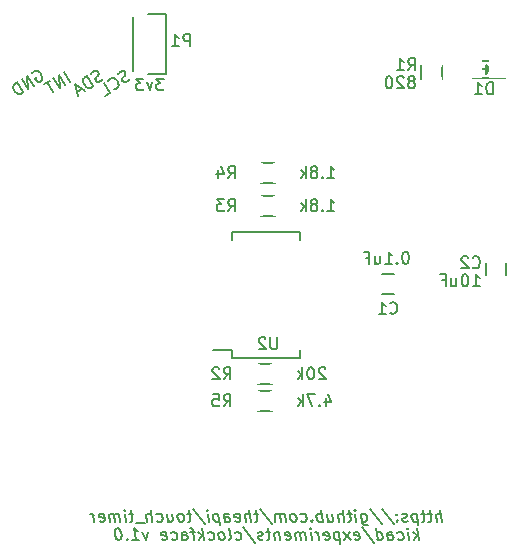
<source format=gbo>
%TF.GenerationSoftware,KiCad,Pcbnew,4.0.2-4+6225~38~ubuntu14.04.1-stable*%
%TF.CreationDate,2016-04-12T13:26:47+01:00*%
%TF.ProjectId,clockface,636C6F636B666163652E6B696361645F,rev?*%
%TF.FileFunction,Legend,Bot*%
%FSLAX46Y46*%
G04 Gerber Fmt 4.6, Leading zero omitted, Abs format (unit mm)*
G04 Created by KiCad (PCBNEW 4.0.2-4+6225~38~ubuntu14.04.1-stable) date Tue 12 Apr 2016 13:26:47 BST*
%MOMM*%
G01*
G04 APERTURE LIST*
%ADD10C,0.100000*%
%ADD11C,0.150000*%
%ADD12R,1.900000X1.650000*%
%ADD13R,1.650000X1.900000*%
%ADD14R,1.598880X1.598880*%
%ADD15R,1.700000X1.900000*%
%ADD16R,1.900000X1.700000*%
%ADD17R,2.127200X4.464000*%
%ADD18O,2.127200X4.464000*%
%ADD19R,1.851600X0.551600*%
G04 APERTURE END LIST*
D10*
D11*
X162583903Y-113040121D02*
X162458903Y-112040121D01*
X162155331Y-113040121D02*
X162089854Y-112516311D01*
X162125569Y-112421073D01*
X162214854Y-112373454D01*
X162357712Y-112373454D01*
X162458903Y-112421073D01*
X162512474Y-112468692D01*
X161738664Y-112373454D02*
X161357712Y-112373454D01*
X161554141Y-112040121D02*
X161661283Y-112897264D01*
X161625569Y-112992502D01*
X161536284Y-113040121D01*
X161441046Y-113040121D01*
X161167235Y-112373454D02*
X160786283Y-112373454D01*
X160982712Y-112040121D02*
X161089854Y-112897264D01*
X161054140Y-112992502D01*
X160964855Y-113040121D01*
X160869617Y-113040121D01*
X160452949Y-112373454D02*
X160577949Y-113373454D01*
X160458902Y-112421073D02*
X160357711Y-112373454D01*
X160167234Y-112373454D01*
X160077949Y-112421073D01*
X160036282Y-112468692D01*
X160000568Y-112563930D01*
X160036282Y-112849645D01*
X160095806Y-112944883D01*
X160149377Y-112992502D01*
X160250568Y-113040121D01*
X160441045Y-113040121D01*
X160530330Y-112992502D01*
X159673187Y-112992502D02*
X159583902Y-113040121D01*
X159393426Y-113040121D01*
X159292234Y-112992502D01*
X159232710Y-112897264D01*
X159226758Y-112849645D01*
X159262472Y-112754407D01*
X159351759Y-112706788D01*
X159494616Y-112706788D01*
X159583902Y-112659169D01*
X159619616Y-112563930D01*
X159613663Y-112516311D01*
X159554140Y-112421073D01*
X159452949Y-112373454D01*
X159310092Y-112373454D01*
X159220806Y-112421073D01*
X158810092Y-112944883D02*
X158768425Y-112992502D01*
X158821997Y-113040121D01*
X158863663Y-112992502D01*
X158810092Y-112944883D01*
X158821997Y-113040121D01*
X158744616Y-112421073D02*
X158702949Y-112468692D01*
X158756520Y-112516311D01*
X158798187Y-112468692D01*
X158744616Y-112421073D01*
X158756520Y-112516311D01*
X157500568Y-111992502D02*
X158518426Y-113278216D01*
X156452949Y-111992502D02*
X157470807Y-113278216D01*
X155738663Y-112373454D02*
X155839854Y-113182978D01*
X155899378Y-113278216D01*
X155952949Y-113325835D01*
X156054140Y-113373454D01*
X156196997Y-113373454D01*
X156286283Y-113325835D01*
X155816044Y-112992502D02*
X155917235Y-113040121D01*
X156107712Y-113040121D01*
X156196997Y-112992502D01*
X156238664Y-112944883D01*
X156274378Y-112849645D01*
X156238664Y-112563930D01*
X156179140Y-112468692D01*
X156125569Y-112421073D01*
X156024378Y-112373454D01*
X155833901Y-112373454D01*
X155744616Y-112421073D01*
X155345807Y-113040121D02*
X155262473Y-112373454D01*
X155220807Y-112040121D02*
X155274378Y-112087740D01*
X155232711Y-112135359D01*
X155179140Y-112087740D01*
X155220807Y-112040121D01*
X155232711Y-112135359D01*
X154929140Y-112373454D02*
X154548188Y-112373454D01*
X154744617Y-112040121D02*
X154851759Y-112897264D01*
X154816045Y-112992502D01*
X154726760Y-113040121D01*
X154631522Y-113040121D01*
X154298188Y-113040121D02*
X154173188Y-112040121D01*
X153869616Y-113040121D02*
X153804139Y-112516311D01*
X153839854Y-112421073D01*
X153929139Y-112373454D01*
X154071997Y-112373454D01*
X154173188Y-112421073D01*
X154226759Y-112468692D01*
X152881520Y-112373454D02*
X152964854Y-113040121D01*
X153310092Y-112373454D02*
X153375568Y-112897264D01*
X153339854Y-112992502D01*
X153250569Y-113040121D01*
X153107711Y-113040121D01*
X153006520Y-112992502D01*
X152952949Y-112944883D01*
X152488664Y-113040121D02*
X152363664Y-112040121D01*
X152411283Y-112421073D02*
X152310092Y-112373454D01*
X152119615Y-112373454D01*
X152030330Y-112421073D01*
X151988663Y-112468692D01*
X151952949Y-112563930D01*
X151988663Y-112849645D01*
X152048187Y-112944883D01*
X152101758Y-112992502D01*
X152202949Y-113040121D01*
X152393426Y-113040121D01*
X152482711Y-112992502D01*
X151571997Y-112944883D02*
X151530330Y-112992502D01*
X151583902Y-113040121D01*
X151625568Y-112992502D01*
X151571997Y-112944883D01*
X151583902Y-113040121D01*
X150673187Y-112992502D02*
X150774378Y-113040121D01*
X150964855Y-113040121D01*
X151054140Y-112992502D01*
X151095807Y-112944883D01*
X151131521Y-112849645D01*
X151095807Y-112563930D01*
X151036283Y-112468692D01*
X150982712Y-112421073D01*
X150881521Y-112373454D01*
X150691044Y-112373454D01*
X150601759Y-112421073D01*
X150107712Y-113040121D02*
X150196997Y-112992502D01*
X150238664Y-112944883D01*
X150274378Y-112849645D01*
X150238664Y-112563930D01*
X150179140Y-112468692D01*
X150125569Y-112421073D01*
X150024378Y-112373454D01*
X149881520Y-112373454D01*
X149792235Y-112421073D01*
X149750568Y-112468692D01*
X149714854Y-112563930D01*
X149750568Y-112849645D01*
X149810092Y-112944883D01*
X149863663Y-112992502D01*
X149964854Y-113040121D01*
X150107712Y-113040121D01*
X149345807Y-113040121D02*
X149262473Y-112373454D01*
X149274378Y-112468692D02*
X149220807Y-112421073D01*
X149119616Y-112373454D01*
X148976758Y-112373454D01*
X148887473Y-112421073D01*
X148851758Y-112516311D01*
X148917235Y-113040121D01*
X148851758Y-112516311D02*
X148792235Y-112421073D01*
X148691044Y-112373454D01*
X148548187Y-112373454D01*
X148458902Y-112421073D01*
X148423187Y-112516311D01*
X148488664Y-113040121D01*
X147167235Y-111992502D02*
X148185093Y-113278216D01*
X147024378Y-112373454D02*
X146643426Y-112373454D01*
X146839855Y-112040121D02*
X146946997Y-112897264D01*
X146911283Y-112992502D01*
X146821998Y-113040121D01*
X146726760Y-113040121D01*
X146393426Y-113040121D02*
X146268426Y-112040121D01*
X145964854Y-113040121D02*
X145899377Y-112516311D01*
X145935092Y-112421073D01*
X146024377Y-112373454D01*
X146167235Y-112373454D01*
X146268426Y-112421073D01*
X146321997Y-112468692D01*
X145101758Y-112992502D02*
X145202949Y-113040121D01*
X145393426Y-113040121D01*
X145482711Y-112992502D01*
X145518425Y-112897264D01*
X145470806Y-112516311D01*
X145411283Y-112421073D01*
X145310092Y-112373454D01*
X145119615Y-112373454D01*
X145030330Y-112421073D01*
X144994615Y-112516311D01*
X145006520Y-112611550D01*
X145494616Y-112706788D01*
X144202949Y-113040121D02*
X144137472Y-112516311D01*
X144173187Y-112421073D01*
X144262472Y-112373454D01*
X144452949Y-112373454D01*
X144554140Y-112421073D01*
X144196996Y-112992502D02*
X144298187Y-113040121D01*
X144536283Y-113040121D01*
X144625568Y-112992502D01*
X144661282Y-112897264D01*
X144649378Y-112802026D01*
X144589854Y-112706788D01*
X144488664Y-112659169D01*
X144250568Y-112659169D01*
X144149377Y-112611550D01*
X143643425Y-112373454D02*
X143768425Y-113373454D01*
X143649378Y-112421073D02*
X143548187Y-112373454D01*
X143357710Y-112373454D01*
X143268425Y-112421073D01*
X143226758Y-112468692D01*
X143191044Y-112563930D01*
X143226758Y-112849645D01*
X143286282Y-112944883D01*
X143339853Y-112992502D01*
X143441044Y-113040121D01*
X143631521Y-113040121D01*
X143720806Y-112992502D01*
X142821997Y-113040121D02*
X142738663Y-112373454D01*
X142696997Y-112040121D02*
X142750568Y-112087740D01*
X142708901Y-112135359D01*
X142655330Y-112087740D01*
X142696997Y-112040121D01*
X142708901Y-112135359D01*
X141500568Y-111992502D02*
X142518426Y-113278216D01*
X141357711Y-112373454D02*
X140976759Y-112373454D01*
X141173188Y-112040121D02*
X141280330Y-112897264D01*
X141244616Y-112992502D01*
X141155331Y-113040121D01*
X141060093Y-113040121D01*
X140583902Y-113040121D02*
X140673187Y-112992502D01*
X140714854Y-112944883D01*
X140750568Y-112849645D01*
X140714854Y-112563930D01*
X140655330Y-112468692D01*
X140601759Y-112421073D01*
X140500568Y-112373454D01*
X140357710Y-112373454D01*
X140268425Y-112421073D01*
X140226758Y-112468692D01*
X140191044Y-112563930D01*
X140226758Y-112849645D01*
X140286282Y-112944883D01*
X140339853Y-112992502D01*
X140441044Y-113040121D01*
X140583902Y-113040121D01*
X139310091Y-112373454D02*
X139393425Y-113040121D01*
X139738663Y-112373454D02*
X139804139Y-112897264D01*
X139768425Y-112992502D01*
X139679140Y-113040121D01*
X139536282Y-113040121D01*
X139435091Y-112992502D01*
X139381520Y-112944883D01*
X138482710Y-112992502D02*
X138583901Y-113040121D01*
X138774378Y-113040121D01*
X138863663Y-112992502D01*
X138905330Y-112944883D01*
X138941044Y-112849645D01*
X138905330Y-112563930D01*
X138845806Y-112468692D01*
X138792235Y-112421073D01*
X138691044Y-112373454D01*
X138500567Y-112373454D01*
X138411282Y-112421073D01*
X138060092Y-113040121D02*
X137935092Y-112040121D01*
X137631520Y-113040121D02*
X137566043Y-112516311D01*
X137601758Y-112421073D01*
X137691043Y-112373454D01*
X137833901Y-112373454D01*
X137935092Y-112421073D01*
X137988663Y-112468692D01*
X137405329Y-113135359D02*
X136643424Y-113135359D01*
X136452948Y-112373454D02*
X136071996Y-112373454D01*
X136268425Y-112040121D02*
X136375567Y-112897264D01*
X136339853Y-112992502D01*
X136250568Y-113040121D01*
X136155330Y-113040121D01*
X135821996Y-113040121D02*
X135738662Y-112373454D01*
X135696996Y-112040121D02*
X135750567Y-112087740D01*
X135708900Y-112135359D01*
X135655329Y-112087740D01*
X135696996Y-112040121D01*
X135708900Y-112135359D01*
X135345806Y-113040121D02*
X135262472Y-112373454D01*
X135274377Y-112468692D02*
X135220806Y-112421073D01*
X135119615Y-112373454D01*
X134976757Y-112373454D01*
X134887472Y-112421073D01*
X134851757Y-112516311D01*
X134917234Y-113040121D01*
X134851757Y-112516311D02*
X134792234Y-112421073D01*
X134691043Y-112373454D01*
X134548186Y-112373454D01*
X134458901Y-112421073D01*
X134423186Y-112516311D01*
X134488663Y-113040121D01*
X133625567Y-112992502D02*
X133726758Y-113040121D01*
X133917235Y-113040121D01*
X134006520Y-112992502D01*
X134042234Y-112897264D01*
X133994615Y-112516311D01*
X133935092Y-112421073D01*
X133833901Y-112373454D01*
X133643424Y-112373454D01*
X133554139Y-112421073D01*
X133518424Y-112516311D01*
X133530329Y-112611550D01*
X134018425Y-112706788D01*
X133155330Y-113040121D02*
X133071996Y-112373454D01*
X133095806Y-112563930D02*
X133036282Y-112468692D01*
X132982711Y-112421073D01*
X132881520Y-112373454D01*
X132786281Y-112373454D01*
X160607713Y-114590121D02*
X160482713Y-113590121D01*
X160464856Y-114209169D02*
X160226760Y-114590121D01*
X160143426Y-113923454D02*
X160571998Y-114304407D01*
X159798189Y-114590121D02*
X159714855Y-113923454D01*
X159673189Y-113590121D02*
X159726760Y-113637740D01*
X159685093Y-113685359D01*
X159631522Y-113637740D01*
X159673189Y-113590121D01*
X159685093Y-113685359D01*
X158887474Y-114542502D02*
X158988665Y-114590121D01*
X159179142Y-114590121D01*
X159268427Y-114542502D01*
X159310094Y-114494883D01*
X159345808Y-114399645D01*
X159310094Y-114113930D01*
X159250570Y-114018692D01*
X159196999Y-113971073D01*
X159095808Y-113923454D01*
X158905331Y-113923454D01*
X158816046Y-113971073D01*
X158036284Y-114590121D02*
X157970807Y-114066311D01*
X158006522Y-113971073D01*
X158095807Y-113923454D01*
X158286284Y-113923454D01*
X158387475Y-113971073D01*
X158030331Y-114542502D02*
X158131522Y-114590121D01*
X158369618Y-114590121D01*
X158458903Y-114542502D01*
X158494617Y-114447264D01*
X158482713Y-114352026D01*
X158423189Y-114256788D01*
X158321999Y-114209169D01*
X158083903Y-114209169D01*
X157982712Y-114161550D01*
X157131522Y-114590121D02*
X157006522Y-113590121D01*
X157125569Y-114542502D02*
X157226760Y-114590121D01*
X157417237Y-114590121D01*
X157506522Y-114542502D01*
X157548189Y-114494883D01*
X157583903Y-114399645D01*
X157548189Y-114113930D01*
X157488665Y-114018692D01*
X157435094Y-113971073D01*
X157333903Y-113923454D01*
X157143426Y-113923454D01*
X157054141Y-113971073D01*
X155810093Y-113542502D02*
X156827951Y-114828216D01*
X155220807Y-114542502D02*
X155321998Y-114590121D01*
X155512475Y-114590121D01*
X155601760Y-114542502D01*
X155637474Y-114447264D01*
X155589855Y-114066311D01*
X155530332Y-113971073D01*
X155429141Y-113923454D01*
X155238664Y-113923454D01*
X155149379Y-113971073D01*
X155113664Y-114066311D01*
X155125569Y-114161550D01*
X155613665Y-114256788D01*
X154845808Y-114590121D02*
X154238664Y-113923454D01*
X154762474Y-113923454D02*
X154321998Y-114590121D01*
X153857712Y-113923454D02*
X153982712Y-114923454D01*
X153863665Y-113971073D02*
X153762474Y-113923454D01*
X153571997Y-113923454D01*
X153482712Y-113971073D01*
X153441045Y-114018692D01*
X153405331Y-114113930D01*
X153441045Y-114399645D01*
X153500569Y-114494883D01*
X153554140Y-114542502D01*
X153655331Y-114590121D01*
X153845808Y-114590121D01*
X153935093Y-114542502D01*
X152649378Y-114542502D02*
X152750569Y-114590121D01*
X152941046Y-114590121D01*
X153030331Y-114542502D01*
X153066045Y-114447264D01*
X153018426Y-114066311D01*
X152958903Y-113971073D01*
X152857712Y-113923454D01*
X152667235Y-113923454D01*
X152577950Y-113971073D01*
X152542235Y-114066311D01*
X152554140Y-114161550D01*
X153042236Y-114256788D01*
X152179141Y-114590121D02*
X152095807Y-113923454D01*
X152119617Y-114113930D02*
X152060093Y-114018692D01*
X152006522Y-113971073D01*
X151905331Y-113923454D01*
X151810092Y-113923454D01*
X151560093Y-114590121D02*
X151476759Y-113923454D01*
X151435093Y-113590121D02*
X151488664Y-113637740D01*
X151446997Y-113685359D01*
X151393426Y-113637740D01*
X151435093Y-113590121D01*
X151446997Y-113685359D01*
X151083903Y-114590121D02*
X151000569Y-113923454D01*
X151012474Y-114018692D02*
X150958903Y-113971073D01*
X150857712Y-113923454D01*
X150714854Y-113923454D01*
X150625569Y-113971073D01*
X150589854Y-114066311D01*
X150655331Y-114590121D01*
X150589854Y-114066311D02*
X150530331Y-113971073D01*
X150429140Y-113923454D01*
X150286283Y-113923454D01*
X150196998Y-113971073D01*
X150161283Y-114066311D01*
X150226760Y-114590121D01*
X149363664Y-114542502D02*
X149464855Y-114590121D01*
X149655332Y-114590121D01*
X149744617Y-114542502D01*
X149780331Y-114447264D01*
X149732712Y-114066311D01*
X149673189Y-113971073D01*
X149571998Y-113923454D01*
X149381521Y-113923454D01*
X149292236Y-113971073D01*
X149256521Y-114066311D01*
X149268426Y-114161550D01*
X149756522Y-114256788D01*
X148810093Y-113923454D02*
X148893427Y-114590121D01*
X148821998Y-114018692D02*
X148768427Y-113971073D01*
X148667236Y-113923454D01*
X148524378Y-113923454D01*
X148435093Y-113971073D01*
X148399378Y-114066311D01*
X148464855Y-114590121D01*
X148048188Y-113923454D02*
X147667236Y-113923454D01*
X147863665Y-113590121D02*
X147970807Y-114447264D01*
X147935093Y-114542502D01*
X147845808Y-114590121D01*
X147750570Y-114590121D01*
X147458902Y-114542502D02*
X147369617Y-114590121D01*
X147179141Y-114590121D01*
X147077949Y-114542502D01*
X147018425Y-114447264D01*
X147012473Y-114399645D01*
X147048187Y-114304407D01*
X147137474Y-114256788D01*
X147280331Y-114256788D01*
X147369617Y-114209169D01*
X147405331Y-114113930D01*
X147399378Y-114066311D01*
X147339855Y-113971073D01*
X147238664Y-113923454D01*
X147095807Y-113923454D01*
X147006521Y-113971073D01*
X145762473Y-113542502D02*
X146780331Y-114828216D01*
X145125568Y-114542502D02*
X145226759Y-114590121D01*
X145417236Y-114590121D01*
X145506521Y-114542502D01*
X145548188Y-114494883D01*
X145583902Y-114399645D01*
X145548188Y-114113930D01*
X145488664Y-114018692D01*
X145435093Y-113971073D01*
X145333902Y-113923454D01*
X145143425Y-113923454D01*
X145054140Y-113971073D01*
X144560093Y-114590121D02*
X144649378Y-114542502D01*
X144685092Y-114447264D01*
X144577950Y-113590121D01*
X144036283Y-114590121D02*
X144125568Y-114542502D01*
X144167235Y-114494883D01*
X144202949Y-114399645D01*
X144167235Y-114113930D01*
X144107711Y-114018692D01*
X144054140Y-113971073D01*
X143952949Y-113923454D01*
X143810091Y-113923454D01*
X143720806Y-113971073D01*
X143679139Y-114018692D01*
X143643425Y-114113930D01*
X143679139Y-114399645D01*
X143738663Y-114494883D01*
X143792234Y-114542502D01*
X143893425Y-114590121D01*
X144036283Y-114590121D01*
X142839853Y-114542502D02*
X142941044Y-114590121D01*
X143131521Y-114590121D01*
X143220806Y-114542502D01*
X143262473Y-114494883D01*
X143298187Y-114399645D01*
X143262473Y-114113930D01*
X143202949Y-114018692D01*
X143149378Y-113971073D01*
X143048187Y-113923454D01*
X142857710Y-113923454D01*
X142768425Y-113971073D01*
X142417235Y-114590121D02*
X142292235Y-113590121D01*
X142274378Y-114209169D02*
X142036282Y-114590121D01*
X141952948Y-113923454D02*
X142381520Y-114304407D01*
X141667234Y-113923454D02*
X141286282Y-113923454D01*
X141607711Y-114590121D02*
X141500568Y-113732978D01*
X141441044Y-113637740D01*
X141339854Y-113590121D01*
X141244616Y-113590121D01*
X140607710Y-114590121D02*
X140542233Y-114066311D01*
X140577948Y-113971073D01*
X140667233Y-113923454D01*
X140857710Y-113923454D01*
X140958901Y-113971073D01*
X140601757Y-114542502D02*
X140702948Y-114590121D01*
X140941044Y-114590121D01*
X141030329Y-114542502D01*
X141066043Y-114447264D01*
X141054139Y-114352026D01*
X140994615Y-114256788D01*
X140893425Y-114209169D01*
X140655329Y-114209169D01*
X140554138Y-114161550D01*
X139696995Y-114542502D02*
X139798186Y-114590121D01*
X139988663Y-114590121D01*
X140077948Y-114542502D01*
X140119615Y-114494883D01*
X140155329Y-114399645D01*
X140119615Y-114113930D01*
X140060091Y-114018692D01*
X140006520Y-113971073D01*
X139905329Y-113923454D01*
X139714852Y-113923454D01*
X139625567Y-113971073D01*
X138887471Y-114542502D02*
X138988662Y-114590121D01*
X139179139Y-114590121D01*
X139268424Y-114542502D01*
X139304138Y-114447264D01*
X139256519Y-114066311D01*
X139196996Y-113971073D01*
X139095805Y-113923454D01*
X138905328Y-113923454D01*
X138816043Y-113971073D01*
X138780328Y-114066311D01*
X138792233Y-114161550D01*
X139280329Y-114256788D01*
X137667233Y-113923454D02*
X137512472Y-114590121D01*
X137191042Y-113923454D01*
X136369614Y-114590121D02*
X136941043Y-114590121D01*
X136655329Y-114590121D02*
X136530329Y-113590121D01*
X136643424Y-113732978D01*
X136750566Y-113828216D01*
X136851757Y-113875835D01*
X135929138Y-114494883D02*
X135887471Y-114542502D01*
X135941043Y-114590121D01*
X135982709Y-114542502D01*
X135929138Y-114494883D01*
X135941043Y-114590121D01*
X135149377Y-113590121D02*
X135054138Y-113590121D01*
X134964852Y-113637740D01*
X134923185Y-113685359D01*
X134887471Y-113780597D01*
X134863662Y-113971073D01*
X134893424Y-114209169D01*
X134964852Y-114399645D01*
X135024376Y-114494883D01*
X135077947Y-114542502D01*
X135179138Y-114590121D01*
X135274377Y-114590121D01*
X135363662Y-114542502D01*
X135405329Y-114494883D01*
X135441043Y-114399645D01*
X135464853Y-114209169D01*
X135435091Y-113971073D01*
X135363662Y-113780597D01*
X135304138Y-113685359D01*
X135250567Y-113637740D01*
X135149377Y-113590121D01*
X127915307Y-75063442D02*
X127969245Y-74971635D01*
X128089055Y-74893830D01*
X128234801Y-74855960D01*
X128366545Y-74883963D01*
X128458352Y-74937901D01*
X128602029Y-75071713D01*
X128679835Y-75191524D01*
X128743639Y-75377205D01*
X128755573Y-75483014D01*
X128727570Y-75614757D01*
X128633694Y-75732500D01*
X128553821Y-75784370D01*
X128408076Y-75822239D01*
X128342204Y-75808238D01*
X128160658Y-75528681D01*
X128320404Y-75424941D01*
X128034644Y-76121528D02*
X127490005Y-75282857D01*
X127555404Y-76432750D01*
X127010765Y-75594080D01*
X127156037Y-76692102D02*
X126611398Y-75853431D01*
X126411715Y-75983107D01*
X126317839Y-76100850D01*
X126289836Y-76232593D01*
X126301770Y-76338402D01*
X126365574Y-76524084D01*
X126443380Y-76643894D01*
X126587057Y-76777706D01*
X126678864Y-76831644D01*
X126810608Y-76859647D01*
X126956354Y-76821778D01*
X127156037Y-76692102D01*
X131093822Y-75784370D02*
X130549183Y-74945699D01*
X130694455Y-76043722D02*
X130149816Y-75205051D01*
X130215214Y-76354944D01*
X129670575Y-75516274D01*
X129391019Y-75697820D02*
X128911778Y-76009042D01*
X129696038Y-76692101D02*
X129151399Y-75853431D01*
X133867475Y-75575854D02*
X133773600Y-75693597D01*
X133573916Y-75823273D01*
X133468108Y-75835207D01*
X133402236Y-75821205D01*
X133310429Y-75767267D01*
X133258559Y-75687394D01*
X133246625Y-75581585D01*
X133260626Y-75515713D01*
X133314564Y-75423906D01*
X133448376Y-75280228D01*
X133502314Y-75188421D01*
X133516316Y-75122549D01*
X133504382Y-75016740D01*
X133452512Y-74936867D01*
X133360705Y-74882929D01*
X133294833Y-74868927D01*
X133189025Y-74880861D01*
X132989341Y-75010538D01*
X132895466Y-75128280D01*
X133054740Y-76160430D02*
X132510101Y-75321760D01*
X132310417Y-75451435D01*
X132216542Y-75569178D01*
X132188539Y-75700922D01*
X132200472Y-75806730D01*
X132264276Y-75992412D01*
X132342083Y-76112223D01*
X132485760Y-76246034D01*
X132577567Y-76299972D01*
X132709310Y-76327975D01*
X132855056Y-76290106D01*
X133054740Y-76160430D01*
X132100395Y-76439514D02*
X131701027Y-76698866D01*
X132335879Y-76627264D02*
X131511683Y-75970139D01*
X131776765Y-76990357D01*
X136133506Y-75588822D02*
X136039632Y-75706564D01*
X135839947Y-75836241D01*
X135734139Y-75848174D01*
X135668267Y-75834173D01*
X135576460Y-75780235D01*
X135524590Y-75700362D01*
X135512656Y-75594553D01*
X135526658Y-75528681D01*
X135580595Y-75436873D01*
X135714408Y-75293196D01*
X135768346Y-75201389D01*
X135782347Y-75135517D01*
X135770413Y-75029708D01*
X135718543Y-74949835D01*
X135626736Y-74895897D01*
X135560864Y-74881895D01*
X135455056Y-74893829D01*
X135255372Y-75023505D01*
X135161497Y-75141248D01*
X134789660Y-76404747D02*
X134855532Y-76418749D01*
X135001277Y-76380880D01*
X135081150Y-76329010D01*
X135175026Y-76211267D01*
X135203029Y-76079523D01*
X135191095Y-75973715D01*
X135127291Y-75788033D01*
X135049485Y-75668222D01*
X134905808Y-75534411D01*
X134814001Y-75480473D01*
X134682257Y-75452470D01*
X134536511Y-75490339D01*
X134456638Y-75542209D01*
X134362763Y-75659951D01*
X134348762Y-75725823D01*
X134082733Y-76977389D02*
X134482100Y-76718037D01*
X133937461Y-75879366D01*
X139026116Y-75527921D02*
X138407068Y-75527921D01*
X138740402Y-75908873D01*
X138597544Y-75908873D01*
X138502306Y-75956492D01*
X138454687Y-76004111D01*
X138407068Y-76099350D01*
X138407068Y-76337445D01*
X138454687Y-76432683D01*
X138502306Y-76480302D01*
X138597544Y-76527921D01*
X138883259Y-76527921D01*
X138978497Y-76480302D01*
X139026116Y-76432683D01*
X138073735Y-75861254D02*
X137835640Y-76527921D01*
X137597544Y-75861254D01*
X137311830Y-75527921D02*
X136692782Y-75527921D01*
X137026116Y-75908873D01*
X136883258Y-75908873D01*
X136788020Y-75956492D01*
X136740401Y-76004111D01*
X136692782Y-76099350D01*
X136692782Y-76337445D01*
X136740401Y-76432683D01*
X136788020Y-76480302D01*
X136883258Y-76527921D01*
X137168973Y-76527921D01*
X137264211Y-76480302D01*
X137311830Y-76432683D01*
X158528640Y-93765740D02*
X157528640Y-93765740D01*
X157528640Y-92065740D02*
X158528640Y-92065740D01*
X166322640Y-92145740D02*
X166322640Y-91145740D01*
X168022640Y-91145740D02*
X168022640Y-92145740D01*
X167883640Y-75504740D02*
X165183640Y-75504740D01*
X167883640Y-74004740D02*
X165183640Y-74004740D01*
X166383640Y-74904740D02*
X166383640Y-74654740D01*
X166383640Y-74654740D02*
X166533640Y-74804740D01*
X166633640Y-74404740D02*
X166633640Y-75104740D01*
X166283640Y-74754740D02*
X165933640Y-74754740D01*
X166633640Y-74754740D02*
X166283640Y-74404740D01*
X166283640Y-74404740D02*
X166283640Y-75104740D01*
X166283640Y-75104740D02*
X166633640Y-74754740D01*
X162586640Y-75608740D02*
X162586640Y-74408740D01*
X160836640Y-74408740D02*
X160836640Y-75608740D01*
X147014640Y-101410740D02*
X148214640Y-101410740D01*
X148214640Y-99660740D02*
X147014640Y-99660740D01*
X147268640Y-87186740D02*
X148468640Y-87186740D01*
X148468640Y-85436740D02*
X147268640Y-85436740D01*
X147268640Y-84392740D02*
X148468640Y-84392740D01*
X148468640Y-82642740D02*
X147268640Y-82642740D01*
X147014640Y-103696740D02*
X148214640Y-103696740D01*
X148214640Y-101946740D02*
X147014640Y-101946740D01*
X136438640Y-72316340D02*
X136438640Y-70309740D01*
X139258040Y-72036940D02*
X139258040Y-70030340D01*
X139258640Y-70029740D02*
X137708640Y-70029740D01*
X136438640Y-72341740D02*
X136438640Y-74881740D01*
X137708640Y-75161740D02*
X139258640Y-75161740D01*
X139258640Y-75161740D02*
X139258640Y-72061740D01*
X144826000Y-99178000D02*
X144826000Y-98528000D01*
X150576000Y-99178000D02*
X150576000Y-98528000D01*
X150576000Y-88528000D02*
X150576000Y-89178000D01*
X144826000Y-88528000D02*
X144826000Y-89178000D01*
X144826000Y-99178000D02*
X150576000Y-99178000D01*
X144826000Y-88528000D02*
X150576000Y-88528000D01*
X144826000Y-98528000D02*
X143226000Y-98528000D01*
X158195306Y-95372883D02*
X158242925Y-95420502D01*
X158385782Y-95468121D01*
X158481020Y-95468121D01*
X158623878Y-95420502D01*
X158719116Y-95325264D01*
X158766735Y-95230026D01*
X158814354Y-95039550D01*
X158814354Y-94896692D01*
X158766735Y-94706216D01*
X158719116Y-94610978D01*
X158623878Y-94515740D01*
X158481020Y-94468121D01*
X158385782Y-94468121D01*
X158242925Y-94515740D01*
X158195306Y-94563359D01*
X157242925Y-95468121D02*
X157814354Y-95468121D01*
X157528640Y-95468121D02*
X157528640Y-94468121D01*
X157623878Y-94610978D01*
X157719116Y-94706216D01*
X157814354Y-94753835D01*
X159544497Y-90209121D02*
X159449258Y-90209121D01*
X159354020Y-90256740D01*
X159306401Y-90304359D01*
X159258782Y-90399597D01*
X159211163Y-90590073D01*
X159211163Y-90828169D01*
X159258782Y-91018645D01*
X159306401Y-91113883D01*
X159354020Y-91161502D01*
X159449258Y-91209121D01*
X159544497Y-91209121D01*
X159639735Y-91161502D01*
X159687354Y-91113883D01*
X159734973Y-91018645D01*
X159782592Y-90828169D01*
X159782592Y-90590073D01*
X159734973Y-90399597D01*
X159687354Y-90304359D01*
X159639735Y-90256740D01*
X159544497Y-90209121D01*
X158782592Y-91113883D02*
X158734973Y-91161502D01*
X158782592Y-91209121D01*
X158830211Y-91161502D01*
X158782592Y-91113883D01*
X158782592Y-91209121D01*
X157782592Y-91209121D02*
X158354021Y-91209121D01*
X158068307Y-91209121D02*
X158068307Y-90209121D01*
X158163545Y-90351978D01*
X158258783Y-90447216D01*
X158354021Y-90494835D01*
X156925449Y-90542454D02*
X156925449Y-91209121D01*
X157354021Y-90542454D02*
X157354021Y-91066264D01*
X157306402Y-91161502D01*
X157211164Y-91209121D01*
X157068306Y-91209121D01*
X156973068Y-91161502D01*
X156925449Y-91113883D01*
X156115925Y-90685311D02*
X156449259Y-90685311D01*
X156449259Y-91209121D02*
X156449259Y-90209121D01*
X155973068Y-90209121D01*
X165180306Y-91494883D02*
X165227925Y-91542502D01*
X165370782Y-91590121D01*
X165466020Y-91590121D01*
X165608878Y-91542502D01*
X165704116Y-91447264D01*
X165751735Y-91352026D01*
X165799354Y-91161550D01*
X165799354Y-91018692D01*
X165751735Y-90828216D01*
X165704116Y-90732978D01*
X165608878Y-90637740D01*
X165466020Y-90590121D01*
X165370782Y-90590121D01*
X165227925Y-90637740D01*
X165180306Y-90685359D01*
X164799354Y-90685359D02*
X164751735Y-90637740D01*
X164656497Y-90590121D01*
X164418401Y-90590121D01*
X164323163Y-90637740D01*
X164275544Y-90685359D01*
X164227925Y-90780597D01*
X164227925Y-90875835D01*
X164275544Y-91018692D01*
X164846973Y-91590121D01*
X164227925Y-91590121D01*
X165196068Y-93114121D02*
X165767497Y-93114121D01*
X165481783Y-93114121D02*
X165481783Y-92114121D01*
X165577021Y-92256978D01*
X165672259Y-92352216D01*
X165767497Y-92399835D01*
X164577021Y-92114121D02*
X164481782Y-92114121D01*
X164386544Y-92161740D01*
X164338925Y-92209359D01*
X164291306Y-92304597D01*
X164243687Y-92495073D01*
X164243687Y-92733169D01*
X164291306Y-92923645D01*
X164338925Y-93018883D01*
X164386544Y-93066502D01*
X164481782Y-93114121D01*
X164577021Y-93114121D01*
X164672259Y-93066502D01*
X164719878Y-93018883D01*
X164767497Y-92923645D01*
X164815116Y-92733169D01*
X164815116Y-92495073D01*
X164767497Y-92304597D01*
X164719878Y-92209359D01*
X164672259Y-92161740D01*
X164577021Y-92114121D01*
X163386544Y-92447454D02*
X163386544Y-93114121D01*
X163815116Y-92447454D02*
X163815116Y-92971264D01*
X163767497Y-93066502D01*
X163672259Y-93114121D01*
X163529401Y-93114121D01*
X163434163Y-93066502D01*
X163386544Y-93018883D01*
X162577020Y-92590311D02*
X162910354Y-92590311D01*
X162910354Y-93114121D02*
X162910354Y-92114121D01*
X162434163Y-92114121D01*
X166894735Y-76858121D02*
X166894735Y-75858121D01*
X166656640Y-75858121D01*
X166513782Y-75905740D01*
X166418544Y-76000978D01*
X166370925Y-76096216D01*
X166323306Y-76286692D01*
X166323306Y-76429550D01*
X166370925Y-76620026D01*
X166418544Y-76715264D01*
X166513782Y-76810502D01*
X166656640Y-76858121D01*
X166894735Y-76858121D01*
X165370925Y-76858121D02*
X165942354Y-76858121D01*
X165656640Y-76858121D02*
X165656640Y-75858121D01*
X165751878Y-76000978D01*
X165847116Y-76096216D01*
X165942354Y-76143835D01*
X159719306Y-74826121D02*
X160052640Y-74349930D01*
X160290735Y-74826121D02*
X160290735Y-73826121D01*
X159909782Y-73826121D01*
X159814544Y-73873740D01*
X159766925Y-73921359D01*
X159719306Y-74016597D01*
X159719306Y-74159454D01*
X159766925Y-74254692D01*
X159814544Y-74302311D01*
X159909782Y-74349930D01*
X160290735Y-74349930D01*
X158766925Y-74826121D02*
X159338354Y-74826121D01*
X159052640Y-74826121D02*
X159052640Y-73826121D01*
X159147878Y-73968978D01*
X159243116Y-74064216D01*
X159338354Y-74111835D01*
X160092259Y-75778692D02*
X160187497Y-75731073D01*
X160235116Y-75683454D01*
X160282735Y-75588216D01*
X160282735Y-75540597D01*
X160235116Y-75445359D01*
X160187497Y-75397740D01*
X160092259Y-75350121D01*
X159901782Y-75350121D01*
X159806544Y-75397740D01*
X159758925Y-75445359D01*
X159711306Y-75540597D01*
X159711306Y-75588216D01*
X159758925Y-75683454D01*
X159806544Y-75731073D01*
X159901782Y-75778692D01*
X160092259Y-75778692D01*
X160187497Y-75826311D01*
X160235116Y-75873930D01*
X160282735Y-75969169D01*
X160282735Y-76159645D01*
X160235116Y-76254883D01*
X160187497Y-76302502D01*
X160092259Y-76350121D01*
X159901782Y-76350121D01*
X159806544Y-76302502D01*
X159758925Y-76254883D01*
X159711306Y-76159645D01*
X159711306Y-75969169D01*
X159758925Y-75873930D01*
X159806544Y-75826311D01*
X159901782Y-75778692D01*
X159330354Y-75445359D02*
X159282735Y-75397740D01*
X159187497Y-75350121D01*
X158949401Y-75350121D01*
X158854163Y-75397740D01*
X158806544Y-75445359D01*
X158758925Y-75540597D01*
X158758925Y-75635835D01*
X158806544Y-75778692D01*
X159377973Y-76350121D01*
X158758925Y-76350121D01*
X158139878Y-75350121D02*
X158044639Y-75350121D01*
X157949401Y-75397740D01*
X157901782Y-75445359D01*
X157854163Y-75540597D01*
X157806544Y-75731073D01*
X157806544Y-75969169D01*
X157854163Y-76159645D01*
X157901782Y-76254883D01*
X157949401Y-76302502D01*
X158044639Y-76350121D01*
X158139878Y-76350121D01*
X158235116Y-76302502D01*
X158282735Y-76254883D01*
X158330354Y-76159645D01*
X158377973Y-75969169D01*
X158377973Y-75731073D01*
X158330354Y-75540597D01*
X158282735Y-75445359D01*
X158235116Y-75397740D01*
X158139878Y-75350121D01*
X144098306Y-100988121D02*
X144431640Y-100511930D01*
X144669735Y-100988121D02*
X144669735Y-99988121D01*
X144288782Y-99988121D01*
X144193544Y-100035740D01*
X144145925Y-100083359D01*
X144098306Y-100178597D01*
X144098306Y-100321454D01*
X144145925Y-100416692D01*
X144193544Y-100464311D01*
X144288782Y-100511930D01*
X144669735Y-100511930D01*
X143717354Y-100083359D02*
X143669735Y-100035740D01*
X143574497Y-99988121D01*
X143336401Y-99988121D01*
X143241163Y-100035740D01*
X143193544Y-100083359D01*
X143145925Y-100178597D01*
X143145925Y-100273835D01*
X143193544Y-100416692D01*
X143764973Y-100988121D01*
X143145925Y-100988121D01*
X152718307Y-100083359D02*
X152670688Y-100035740D01*
X152575450Y-99988121D01*
X152337354Y-99988121D01*
X152242116Y-100035740D01*
X152194497Y-100083359D01*
X152146878Y-100178597D01*
X152146878Y-100273835D01*
X152194497Y-100416692D01*
X152765926Y-100988121D01*
X152146878Y-100988121D01*
X151527831Y-99988121D02*
X151432592Y-99988121D01*
X151337354Y-100035740D01*
X151289735Y-100083359D01*
X151242116Y-100178597D01*
X151194497Y-100369073D01*
X151194497Y-100607169D01*
X151242116Y-100797645D01*
X151289735Y-100892883D01*
X151337354Y-100940502D01*
X151432592Y-100988121D01*
X151527831Y-100988121D01*
X151623069Y-100940502D01*
X151670688Y-100892883D01*
X151718307Y-100797645D01*
X151765926Y-100607169D01*
X151765926Y-100369073D01*
X151718307Y-100178597D01*
X151670688Y-100083359D01*
X151623069Y-100035740D01*
X151527831Y-99988121D01*
X150765926Y-100988121D02*
X150765926Y-99988121D01*
X150670688Y-100607169D02*
X150384973Y-100988121D01*
X150384973Y-100321454D02*
X150765926Y-100702407D01*
X144479306Y-86764121D02*
X144812640Y-86287930D01*
X145050735Y-86764121D02*
X145050735Y-85764121D01*
X144669782Y-85764121D01*
X144574544Y-85811740D01*
X144526925Y-85859359D01*
X144479306Y-85954597D01*
X144479306Y-86097454D01*
X144526925Y-86192692D01*
X144574544Y-86240311D01*
X144669782Y-86287930D01*
X145050735Y-86287930D01*
X144145973Y-85764121D02*
X143526925Y-85764121D01*
X143860259Y-86145073D01*
X143717401Y-86145073D01*
X143622163Y-86192692D01*
X143574544Y-86240311D01*
X143526925Y-86335550D01*
X143526925Y-86573645D01*
X143574544Y-86668883D01*
X143622163Y-86716502D01*
X143717401Y-86764121D01*
X144003116Y-86764121D01*
X144098354Y-86716502D01*
X144145973Y-86668883D01*
X152892973Y-86764121D02*
X153464402Y-86764121D01*
X153178688Y-86764121D02*
X153178688Y-85764121D01*
X153273926Y-85906978D01*
X153369164Y-86002216D01*
X153464402Y-86049835D01*
X152464402Y-86668883D02*
X152416783Y-86716502D01*
X152464402Y-86764121D01*
X152512021Y-86716502D01*
X152464402Y-86668883D01*
X152464402Y-86764121D01*
X151845355Y-86192692D02*
X151940593Y-86145073D01*
X151988212Y-86097454D01*
X152035831Y-86002216D01*
X152035831Y-85954597D01*
X151988212Y-85859359D01*
X151940593Y-85811740D01*
X151845355Y-85764121D01*
X151654878Y-85764121D01*
X151559640Y-85811740D01*
X151512021Y-85859359D01*
X151464402Y-85954597D01*
X151464402Y-86002216D01*
X151512021Y-86097454D01*
X151559640Y-86145073D01*
X151654878Y-86192692D01*
X151845355Y-86192692D01*
X151940593Y-86240311D01*
X151988212Y-86287930D01*
X152035831Y-86383169D01*
X152035831Y-86573645D01*
X151988212Y-86668883D01*
X151940593Y-86716502D01*
X151845355Y-86764121D01*
X151654878Y-86764121D01*
X151559640Y-86716502D01*
X151512021Y-86668883D01*
X151464402Y-86573645D01*
X151464402Y-86383169D01*
X151512021Y-86287930D01*
X151559640Y-86240311D01*
X151654878Y-86192692D01*
X151035831Y-86764121D02*
X151035831Y-85764121D01*
X150940593Y-86383169D02*
X150654878Y-86764121D01*
X150654878Y-86097454D02*
X151035831Y-86478407D01*
X144479306Y-83970121D02*
X144812640Y-83493930D01*
X145050735Y-83970121D02*
X145050735Y-82970121D01*
X144669782Y-82970121D01*
X144574544Y-83017740D01*
X144526925Y-83065359D01*
X144479306Y-83160597D01*
X144479306Y-83303454D01*
X144526925Y-83398692D01*
X144574544Y-83446311D01*
X144669782Y-83493930D01*
X145050735Y-83493930D01*
X143622163Y-83303454D02*
X143622163Y-83970121D01*
X143860259Y-82922502D02*
X144098354Y-83636788D01*
X143479306Y-83636788D01*
X152892973Y-83970121D02*
X153464402Y-83970121D01*
X153178688Y-83970121D02*
X153178688Y-82970121D01*
X153273926Y-83112978D01*
X153369164Y-83208216D01*
X153464402Y-83255835D01*
X152464402Y-83874883D02*
X152416783Y-83922502D01*
X152464402Y-83970121D01*
X152512021Y-83922502D01*
X152464402Y-83874883D01*
X152464402Y-83970121D01*
X151845355Y-83398692D02*
X151940593Y-83351073D01*
X151988212Y-83303454D01*
X152035831Y-83208216D01*
X152035831Y-83160597D01*
X151988212Y-83065359D01*
X151940593Y-83017740D01*
X151845355Y-82970121D01*
X151654878Y-82970121D01*
X151559640Y-83017740D01*
X151512021Y-83065359D01*
X151464402Y-83160597D01*
X151464402Y-83208216D01*
X151512021Y-83303454D01*
X151559640Y-83351073D01*
X151654878Y-83398692D01*
X151845355Y-83398692D01*
X151940593Y-83446311D01*
X151988212Y-83493930D01*
X152035831Y-83589169D01*
X152035831Y-83779645D01*
X151988212Y-83874883D01*
X151940593Y-83922502D01*
X151845355Y-83970121D01*
X151654878Y-83970121D01*
X151559640Y-83922502D01*
X151512021Y-83874883D01*
X151464402Y-83779645D01*
X151464402Y-83589169D01*
X151512021Y-83493930D01*
X151559640Y-83446311D01*
X151654878Y-83398692D01*
X151035831Y-83970121D02*
X151035831Y-82970121D01*
X150940593Y-83589169D02*
X150654878Y-83970121D01*
X150654878Y-83303454D02*
X151035831Y-83684407D01*
X144098306Y-103274121D02*
X144431640Y-102797930D01*
X144669735Y-103274121D02*
X144669735Y-102274121D01*
X144288782Y-102274121D01*
X144193544Y-102321740D01*
X144145925Y-102369359D01*
X144098306Y-102464597D01*
X144098306Y-102607454D01*
X144145925Y-102702692D01*
X144193544Y-102750311D01*
X144288782Y-102797930D01*
X144669735Y-102797930D01*
X143193544Y-102274121D02*
X143669735Y-102274121D01*
X143717354Y-102750311D01*
X143669735Y-102702692D01*
X143574497Y-102655073D01*
X143336401Y-102655073D01*
X143241163Y-102702692D01*
X143193544Y-102750311D01*
X143145925Y-102845550D01*
X143145925Y-103083645D01*
X143193544Y-103178883D01*
X143241163Y-103226502D01*
X143336401Y-103274121D01*
X143574497Y-103274121D01*
X143669735Y-103226502D01*
X143717354Y-103178883D01*
X152734211Y-102607454D02*
X152734211Y-103274121D01*
X152972307Y-102226502D02*
X153210402Y-102940788D01*
X152591354Y-102940788D01*
X152210402Y-103178883D02*
X152162783Y-103226502D01*
X152210402Y-103274121D01*
X152258021Y-103226502D01*
X152210402Y-103178883D01*
X152210402Y-103274121D01*
X151829450Y-102274121D02*
X151162783Y-102274121D01*
X151591355Y-103274121D01*
X150781831Y-103274121D02*
X150781831Y-102274121D01*
X150686593Y-102893169D02*
X150400878Y-103274121D01*
X150400878Y-102607454D02*
X150781831Y-102988407D01*
X141240735Y-72794121D02*
X141240735Y-71794121D01*
X140859782Y-71794121D01*
X140764544Y-71841740D01*
X140716925Y-71889359D01*
X140669306Y-71984597D01*
X140669306Y-72127454D01*
X140716925Y-72222692D01*
X140764544Y-72270311D01*
X140859782Y-72317930D01*
X141240735Y-72317930D01*
X139716925Y-72794121D02*
X140288354Y-72794121D01*
X140002640Y-72794121D02*
X140002640Y-71794121D01*
X140097878Y-71936978D01*
X140193116Y-72032216D01*
X140288354Y-72079835D01*
X148630545Y-97448121D02*
X148630545Y-98257645D01*
X148582926Y-98352883D01*
X148535307Y-98400502D01*
X148440069Y-98448121D01*
X148249592Y-98448121D01*
X148154354Y-98400502D01*
X148106735Y-98352883D01*
X148059116Y-98257645D01*
X148059116Y-97448121D01*
X147630545Y-97543359D02*
X147582926Y-97495740D01*
X147487688Y-97448121D01*
X147249592Y-97448121D01*
X147154354Y-97495740D01*
X147106735Y-97543359D01*
X147059116Y-97638597D01*
X147059116Y-97733835D01*
X147106735Y-97876692D01*
X147678164Y-98448121D01*
X147059116Y-98448121D01*
%LPC*%
D12*
X156778640Y-92915740D03*
X159278640Y-92915740D03*
D13*
X167172640Y-90395740D03*
X167172640Y-92895740D03*
D14*
X165234620Y-74754740D03*
X167332660Y-74754740D03*
D15*
X161711640Y-73658740D03*
X161711640Y-76358740D03*
D16*
X148964640Y-100535740D03*
X146264640Y-100535740D03*
X149218640Y-86311740D03*
X146518640Y-86311740D03*
X149218640Y-83517740D03*
X146518640Y-83517740D03*
X148964640Y-102821740D03*
X146264640Y-102821740D03*
D17*
X137708640Y-72595740D03*
D18*
X135168640Y-72595740D03*
X132628640Y-72595740D03*
X130088640Y-72595740D03*
X127548640Y-72595740D03*
D19*
X144101000Y-98078000D03*
X144101000Y-97428000D03*
X144101000Y-96778000D03*
X144101000Y-96128000D03*
X144101000Y-95478000D03*
X144101000Y-94828000D03*
X144101000Y-94178000D03*
X144101000Y-93528000D03*
X144101000Y-92878000D03*
X144101000Y-92228000D03*
X144101000Y-91578000D03*
X144101000Y-90928000D03*
X144101000Y-90278000D03*
X144101000Y-89628000D03*
X151301000Y-89628000D03*
X151301000Y-90278000D03*
X151301000Y-90928000D03*
X151301000Y-91578000D03*
X151301000Y-92228000D03*
X151301000Y-92878000D03*
X151301000Y-93528000D03*
X151301000Y-94178000D03*
X151301000Y-94828000D03*
X151301000Y-95478000D03*
X151301000Y-96128000D03*
X151301000Y-96778000D03*
X151301000Y-97428000D03*
X151301000Y-98078000D03*
M02*

</source>
